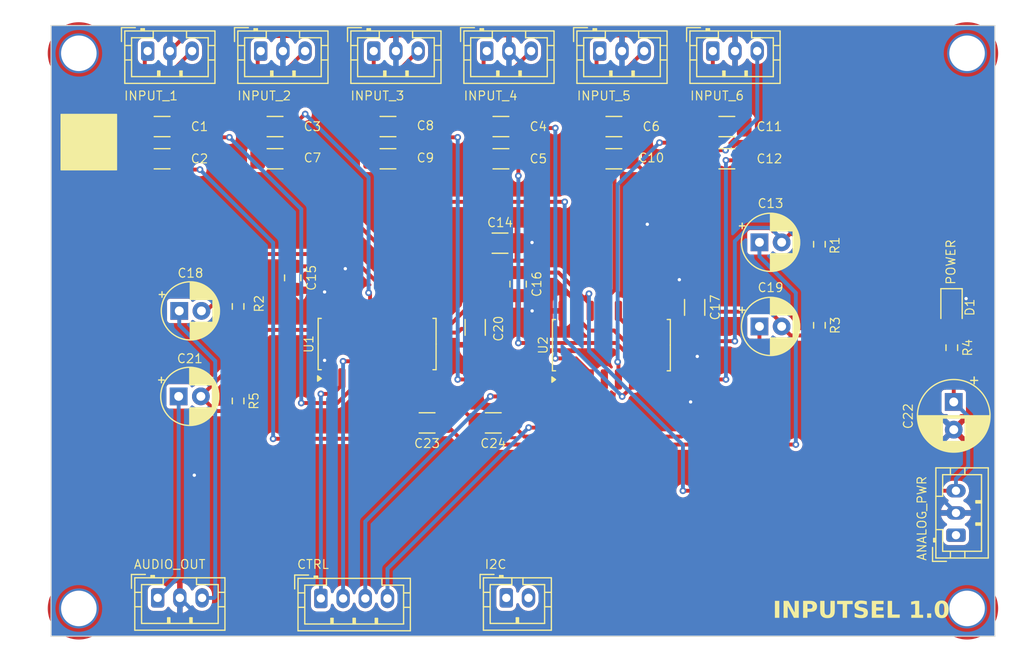
<source format=kicad_pcb>
(kicad_pcb (version 20240108) (generator "pcbnew") (generator_version "8.0")
  (layers (0 "F.Cu" mixed) (31 "B.Cu" mixed) (34 "B.Paste" user) (35 "F.Paste" user) (36 "B.SilkS" user "B.Silkscreen") (37 "F.SilkS" user "F.Silkscreen") (38 "B.Mask" user) (39 "F.Mask" user) (44 "Edge.Cuts" user))
  (net 0 "")
  (net 1 "AGND")
  (net 2 "RCA1_L")
  (net 3 "RCA1_R")
  (net 4 "RCA2_L")
  (net 5 "RCA2_R")
  (net 6 "RCA3_L")
  (net 7 "RCA4_L")
  (net 8 "RCA4_R")
  (net 9 "RCA3_R")
  (net 10 "V-")
  (net 11 "V+")
  (net 12 "RCA5_L")
  (net 13 "RCA6_L")
  (net 14 "RCA6_R")
  (net 15 "RCA5_R")
  (net 16 "Net-(U2-IN1L)")
  (net 17 "Net-(U2-IN1R)")
  (net 18 "Net-(U2-IN2L)")
  (net 19 "Net-(U2-IN2R)")
  (net 20 "Net-(U2-IN3L)")
  (net 21 "Net-(U2-IN3R)")
  (net 22 "SDA")
  (net 23 "SCL")
  (net 24 "CTRL2")
  (net 25 "CTRL1")
  (net 26 "OUT_R")
  (net 27 "OUT_L")
  (net 28 "EXPAND_L")
  (net 29 "EXPAND_R")
  (net 30 "Net-(U2-VREF)")
  (net 31 "CTRL3")
  (net 32 "CTRL4")
  (net 33 "Net-(U2-OUTL)")
  (net 34 "Net-(U2-OUTR)")
  (net 35 "Net-(C11-Pad2)")
  (net 36 "Net-(U1-IN2R)")
  (net 37 "Net-(U1-IN3R)")
  (net 38 "Net-(C12-Pad2)")
  (net 39 "Net-(U1-IN2L)")
  (net 40 "Net-(U1-IN3L)")
  (net 41 "Net-(U1-VREF)")
  (net 42 "Net-(U1-OUTR)")
  (net 43 "Net-(C24-Pad2)")
  (net 44 "Net-(C23-Pad2)")
  (net 45 "Net-(U1-OUTL)")
  (net 46 "Net-(D1-A)")
  (footprint "Capacitor_THT:CP_Radial_D5.0mm_P2.00mm" (layer "F.Cu") (at 97.9813 86.865)
    (property "Reference" "C18")
    (property "Value" "4.7u 35V Nichicon Muse")
  )
  (footprint "Resistor_SMD:R_0603_1608Metric_Pad0.98x0.95mm_HandSolder" (layer "F.Cu") (at 103.2813 86.465 -90)
    (property "Reference" "R2")
    (property "Value" "100K")
  )
  (footprint "MountingHole:MountingHole_3.2mm_M3_DIN965_Pad_TopOnly" (layer "F.Cu") (at 168.9364 113.665)
    (property "Reference" "H4" (hide yes))
    (property "Value" "MountingHole")
  )
  (footprint "Capacitor_SMD:C_1206_3216Metric_Pad1.33x1.80mm_HandSolder" (layer "F.Cu") (at 144.4014 86.5525 -90)
    (property "Reference" "C17")
    (property "Value" "10U")
  )
  (footprint "Capacitor_SMD:C_0805_2012Metric_Pad1.18x1.45mm_HandSolder" (layer "F.Cu") (at 108.2014 83.89 -90)
    (property "Reference" "C15")
    (property "Value" "0.1u")
  )
  (footprint "Capacitor_SMD:C_1206_3216Metric_Pad1.33x1.80mm_HandSolder" (layer "F.Cu") (at 116.7814 73.165)
    (property "Reference" "C9")
    (property "Value" "0.1u 50V C0G")
  )
  (footprint "Resistor_SMD:R_0603_1608Metric_Pad0.98x0.95mm_HandSolder" (layer "F.Cu") (at 155.6364 80.865 90)
    (property "Reference" "R1")
    (property "Value" "100K")
  )
  (footprint "Capacitor_SMD:C_1206_3216Metric_Pad1.33x1.80mm_HandSolder" (layer "F.Cu") (at 106.6089 70.265)
    (property "Reference" "C3")
    (property "Value" "0.1u 50V C0G")
  )
  (footprint "Connector_JST:JST_PH_B3B-PH-K_1x03_P2.00mm_Vertical" (layer "F.Cu") (at 115.4964 63.465)
    (property "Reference" "J3" (hide yes))
    (property "Value" "Conn_01x03_Pin")
  )
  (footprint "Capacitor_SMD:C_1206_3216Metric_Pad1.33x1.80mm_HandSolder" (layer "F.Cu") (at 96.4364 73.165)
    (property "Reference" "C2")
    (property "Value" "0.1u 50V C0G")
  )
  (footprint "Capacitor_SMD:C_1206_3216Metric_Pad1.33x1.80mm_HandSolder" (layer "F.Cu") (at 147.2989 73.165)
    (property "Reference" "C12")
    (property "Value" "0.1u 50V C0G")
  )
  (footprint "Capacitor_THT:CP_Radial_D5.0mm_P2.00mm" (layer "F.Cu") (at 150.2364 88.265)
    (property "Reference" "C19")
    (property "Value" "4.7u 35V Nichicon Muse")
  )
  (footprint "Connector_JST:JST_PH_B3B-PH-K_1x03_P2.00mm_Vertical" (layer "F.Cu") (at 135.8564 63.465)
    (property "Reference" "J5" (hide yes))
    (property "Value" "Conn_01x03_Pin")
  )
  (footprint "Capacitor_SMD:C_1206_3216Metric_Pad1.33x1.80mm_HandSolder" (layer "F.Cu") (at 126.8739 80.765)
    (property "Reference" "C14")
    (property "Value" "10U")
  )
  (footprint "Capacitor_SMD:C_1206_3216Metric_Pad1.33x1.80mm_HandSolder" (layer "F.Cu") (at 106.6089 73.165)
    (property "Reference" "C7")
    (property "Value" "0.1u 50V C0G")
  )
  (footprint "MountingHole:MountingHole_3.2mm_M3_DIN965_Pad_TopOnly" (layer "F.Cu") (at 88.9364 63.665)
    (property "Reference" "H1" (hide yes))
    (property "Value" "MountingHole")
  )
  (footprint "Capacitor_SMD:C_1206_3216Metric_Pad1.33x1.80mm_HandSolder" (layer "F.Cu") (at 137.1264 73.165)
    (property "Reference" "C10")
    (property "Value" "0.1u 50V C0G")
  )
  (footprint "Capacitor_SMD:C_1206_3216Metric_Pad1.33x1.80mm_HandSolder" (layer "F.Cu") (at 137.1264 70.265)
    (property "Reference" "C6")
    (property "Value" "0.1u 50V C0G")
  )
  (footprint "Connector_JST:JST_PH_B3B-PH-K_1x03_P2.00mm_Vertical" (layer "F.Cu") (at 105.3164 63.465)
    (property "Reference" "J2" (hide yes))
    (property "Value" "Conn_01x03_Pin")
  )
  (footprint "Connector_JST:JST_PH_B3B-PH-K_1x03_P2.00mm_Vertical" (layer "F.Cu") (at 95.1364 63.465)
    (property "Reference" "J1" (hide yes))
    (property "Value" "Conn_01x03_Pin")
  )
  (footprint "Capacitor_SMD:C_1206_3216Metric_Pad1.33x1.80mm_HandSolder" (layer "F.Cu") (at 120.3014 96.9525 180)
    (property "Reference" "C23")
    (property "Value" "0.1u 50V C0G")
  )
  (footprint "Resistor_SMD:R_0603_1608Metric_Pad0.98x0.95mm_HandSolder" (layer "F.Cu") (at 103.2813 94.9775 -90)
    (property "Reference" "R5")
    (property "Value" "100K")
  )
  (footprint "Connector_JST:JST_PH_B3B-PH-K_1x03_P2.00mm_Vertical" (layer "F.Cu") (at 96.0364 112.715)
    (property "Reference" "J8" (hide yes))
    (property "Value" "Conn_01x03_Pin")
  )
  (footprint "Capacitor_SMD:C_0805_2012Metric_Pad1.18x1.45mm_HandSolder" (layer "F.Cu") (at 128.5014 84.4525 -90)
    (property "Reference" "C16")
    (property "Value" "0.1u")
  )
  (footprint "Capacitor_SMD:C_1206_3216Metric_Pad1.33x1.80mm_HandSolder" (layer "F.Cu") (at 147.2989 70.265)
    (property "Reference" "C11")
    (property "Value" "0.1u 50V C0G")
  )
  (footprint "Capacitor_SMD:C_1206_3216Metric_Pad1.33x1.80mm_HandSolder" (layer "F.Cu") (at 126.9539 70.265)
    (property "Reference" "C4")
    (property "Value" "0.1u 50V C0G")
  )
  (footprint "Capacitor_SMD:C_1206_3216Metric_Pad1.33x1.80mm_HandSolder" (layer "F.Cu") (at 96.4364 70.265)
    (property "Reference" "C1")
    (property "Value" "0.1u 50V C0G")
  )
  (footprint "Resistor_SMD:R_0603_1608Metric_Pad0.98x0.95mm_HandSolder" (layer "F.Cu") (at 155.6364 88.165 -90)
    (property "Reference" "R3")
    (property "Value" "100K")
  )
  (footprint "Capacitor_THT:CP_Radial_D5.0mm_P2.00mm" (layer "F.Cu") (at 150.2364 80.6886)
    (property "Reference" "C13")
    (property "Value" "4.7u 35V Nichicon Muse")
  )
  (footprint "Resistor_SMD:R_0603_1608Metric_Pad0.98x0.95mm_HandSolder" (layer "F.Cu") (at 167.5614 90.18 -90)
    (property "Reference" "R4")
    (property "Value" "75R")
  )
  (footprint "Package_SO:SOP-16_4.4x10.4mm_P1.27mm" (layer "F.Cu") (at 136.9014 89.9525 90)
    (property "Reference" "U2")
    (property "Value" "NJM2750")
  )
  (footprint "Connector_JST:JST_PH_B2B-PH-K_1x02_P2.00mm_Vertical" (layer "F.Cu") (at 127.4364 112.715)
    (property "Reference" "J10" (hide yes))
    (property "Value" "Conn_01x02_Male")
  )
  (footprint "MountingHole:MountingHole_3.2mm_M3_DIN965_Pad_TopOnly" (layer "F.Cu") (at 88.9364 113.665)
    (property "Reference" "H3" (hide yes))
    (property "Value" "MountingHole")
  )
  (footprint "Capacitor_THT:CP_Radial_D5.0mm_P2.00mm" (layer "F.Cu") (at 97.9286 94.565)
    (property "Reference" "C21")
    (property "Value" "4.7u 35V Nichicon Muse")
  )
  (footprint "Connector_JST:JST_PH_B4B-PH-K_1x04_P2.00mm_Vertical" (layer "F.Cu") (at 110.7364 112.765)
    (property "Reference" "J9" (hide yes))
    (property "Value" "Conn_01x04_Pin")
  )
  (footprint "MountingHole:MountingHole_3.2mm_M3_DIN965_Pad_TopOnly" (layer "F.Cu") (at 168.9364 63.665)
    (property "Reference" "H2" (hide yes))
    (property "Value" "MountingHole")
  )
  (footprint "Connector_JST:JST_PH_B3B-PH-K_1x03_P2.00mm_Vertical" (layer "F.Cu") (at 146.0364 63.465)
    (property "Reference" "J6" (hide yes))
    (property "Value" "Conn_01x03_Pin")
  )
  (footprint "LED_SMD:LED_0805_2012Metric" (layer "F.Cu") (at 167.5364 86.55 -90)
    (property "Reference" "D1")
    (property "Value" "RED")
  )
  (footprint "Capacitor_SMD:C_1206_3216Metric_Pad1.33x1.80mm_HandSolder" (layer "F.Cu") (at 124.6364 88.3525 90)
    (property "Reference" "C20")
    (property "Value" "10U")
  )
  (footprint "Capacitor_SMD:C_1206_3216Metric_Pad1.33x1.80mm_HandSolder" (layer "F.Cu") (at 126.9539 73.165)
    (property "Reference" "C5")
    (property "Value" "0.1u 50V C0G")
  )
  (footprint "Capacitor_THT:CP_Radial_D6.3mm_P2.50mm" (layer "F.Cu") (at 167.7364 95.065 -90)
    (property "Reference" "C22")
    (property "Value" "470u")
  )
  (footprint "Capacitor_SMD:C_1206_3216Metric_Pad1.33x1.80mm_HandSolder" (layer "F.Cu") (at 116.7814 70.265)
    (property "Reference" "C8")
    (property "Value" "0.1u 50V C0G")
  )
  (footprint "Connector_JST:JST_PH_B3B-PH-K_1x03_P2.00mm_Vertical" (layer "F.Cu") (at 167.9364 107.065 90)
    (property "Reference" "J7" (hide yes))
    (property "Value" "Conn_01x03_Male")
  )
  (footprint "Package_SO:SOP-16_4.4x10.4mm_P1.27mm" (layer "F.Cu") (at 115.8014 89.8525 90)
    (property "Reference" "U1")
    (property "Value" "NJM2750")
  )
  (footprint "Connector_JST:JST_PH_B3B-PH-K_1x03_P2.00mm_Vertical" (layer "F.Cu") (at 125.6764 63.465)
    (property "Reference" "J4" (hide yes))
    (property "Value" "Conn_01x03_Pin")
  )
  (footprint "Capacitor_SMD:C_1206_3216Metric_Pad1.33x1.80mm_HandSolder" (layer "F.Cu") (at 126.2639 96.9525 180)
    (property "Reference" "C24")
    (property "Value" "0.1u 50V C0G")
  )
  (gr_rect (start 87.3364 69.165) (end 92.3364 74.165) (stroke (width 0.1)) (fill solid) (layer "F.SilkS"))
  (gr_line (start 171.4364 61.165) (end 171.4364 116.165) (stroke (width 0.1)) (layer "Edge.Cuts"))
  (gr_line (start 86.4364 61.165) (end 86.4364 116.165) (stroke (width 0.1)) (layer "Edge.Cuts"))
  (gr_line (start 171.4364 116.165) (end 86.4364 116.165) (stroke (width 0.1)) (layer "Edge.Cuts"))
  (gr_line (start 86.4364 61.165) (end 171.4364 61.165) (stroke (width 0.1)) (layer "Edge.Cuts"))
  (gr_text "AUDIO_OUT" (at 93.8364 110.165 0) (layer "F.SilkS") (effects (font (size 0.8 0.8) (thickness 0.1)) (justify left bottom)))
  (gr_text "INPUT_6\n" (at 143.9364 67.965 0) (layer "F.SilkS") (effects (font (size 0.8 0.8) (thickness 0.1)) (justify left bottom)))
  (gr_text "CTRL" (at 108.5364 110.165 0) (layer "F.SilkS") (effects (font (size 0.8 0.8) (thickness 0.1)) (justify left bottom)))
  (gr_text "POWER" (at 167.9414 84.5725 90) (layer "F.SilkS") (effects (font (size 0.8 0.8) (thickness 0.1)) (justify left bottom)))
  (gr_text "INPUT_5\n" (at 133.73974 67.965 0) (layer "F.SilkS") (effects (font (size 0.8 0.8) (thickness 0.1)) (justify left bottom)))
  (gr_text "ANALOG_PWR" (at 165.3364 109.425 90) (layer "F.SilkS") (effects (font (size 0.8 0.8) (thickness 0.1)) (justify left bottom)))
  (gr_text "INPUT_4" (at 123.54308 67.965 0) (layer "F.SilkS") (effects (font (size 0.8 0.8) (thickness 0.1)) (justify left bottom)))
  (gr_text "INPUT_3" (at 113.34642 67.965 0) (layer "F.SilkS") (effects (font (size 0.8 0.8) (thickness 0.1)) (justify left bottom)))
  (gr_text "INPUTSEL 1.0" (at 151.4364 114.765 0) (layer "F.SilkS") (effects (font (size 1.5 1.5) (thickness 0.1) (bold yes)) (justify left bottom)))
  (gr_text "INPUT_2" (at 103.14976 67.965 0) (layer "F.SilkS") (effects (font (size 0.8 0.8) (thickness 0.1)) (justify left bottom)))
  (gr_text "INPUT_1" (at 92.9531 67.965 0) (layer "F.SilkS") (effects (font (size 0.8 0.8) (thickness 0.1)) (justify left bottom)))
  (gr_text "I2C" (at 125.4364 110.165 0) (layer "F.SilkS") (effects (font (size 0.8 0.8) (thickness 0.1)) (justify left bottom)))
  (segment (start 112.0869 90.5908) (end 111.3564 91.3213) (width 0.35) (layer "F.Cu") (net 1))
  (segment (start 108.2014 85.161) (end 111.0706 85.161) (width 0.35) (layer "F.Cu") (net 1))
  (segment (start 155.6364 87.2525) (end 153.3739 84.99) (width 0.35) (layer "F.Cu") (net 1))
  (segment (start 124.6364 89.915) (end 120.1841 89.915) (width 0.35) (layer "F.Cu") (net 1))
  (segment (start 148.0364 62.1133) (end 147.9788 62.0557) (width 0.35) (layer "F.Cu") (net 1))
  (segment (start 117.5535 62.0562) (end 117.4964 62.1133) (width 0.35) (layer "F.Cu") (net 1))
  (segment (start 148.0364 63.465) (end 148.0364 62.1133) (width 0.35) (layer "F.Cu") (net 1))
  (segment (start 98.4891 62.1123) (end 107.3154 62.1123) (width 0.35) (layer "F.Cu") (net 1))
  (segment (start 115.9045 90.5908) (end 112.0869 90.5908) (width 0.35) (layer "F.Cu") (net 1))
  (segment (start 167.8448 85.7593) (end 167.6832 85.7593) (width 0.35) (layer "F.Cu") (net 1))
  (segment (start 128.4951 80.7063) (end 128.4364 80.765) (width 0.35) (layer "F.Cu") (net 1))
  (segment (start 103.2813 94.065) (end 104.4063 92.94) (width 0.35) (layer "F.Cu") (net 1))
  (segment (start 143.9557 84.99) (end 143.0212 84.0555) (width 0.35) (layer "F.Cu") (net 1))
  (segment (start 137.7993 62.0562) (end 127.6764 62.0562) (width 0.35) (layer "F.Cu") (net 1))
  (segment (start 117.4964 63.465) (end 117.4964 62.1133) (width 0.35) (layer "F.Cu") (net 1))
  (segment (start 137.8564 62.1133) (end 137.7993 62.0562) (width 0.35) (layer "F.Cu") (net 1))
  (segment (start 153.3739 84.99) (end 144.4014 84.99) (width 0.35) (layer "F.Cu") (net 1))
  (segment (start 127.6864 86.865) (end 128.5014 86.865) (width 0.35) (layer "F.Cu") (net 1))
  (segment (start 132.4564 86.865) (end 129.7617 86.865) (width 0.35) (layer "F.Cu") (net 1))
  (segment (start 127.6764 63.465) (end 127.6764 62.0562) (width 0.35) (layer "F.Cu") (net 1))
  (segment (start 144.4014 84.99) (end 143.9557 84.99) (width 0.35) (layer "F.Cu") (net 1))
  (segment (start 111.3564 86.765) (end 109.4139 86.765) (width 0.35) (layer "F.Cu") (net 1))
  (segment (start 117.7064 92.3927) (end 115.9045 90.5908) (width 0.35) (layer "F.Cu") (net 1))
  (segment (start 137.8564 63.465) (end 137.8564 62.1133) (width 0.35) (layer "F.Cu") (net 1))
  (segment (start 107.3164 62.1138) (end 107.3179 62.1123) (width 0.35) (layer "F.Cu") (net 1))
  (segment (start 108.2014 85.161) (end 108.2014 84.9275) (width 0.35) (layer "F.Cu") (net 1))
  (segment (start 107.3154 62.1123) (end 107.3164 62.1133) (width 0.35) (layer "F.Cu") (net 1))
  (segment (start 128.5014 86.865) (end 128.5014 85.49) (width 0.35) (layer "F.Cu") (net 1))
  (segment (start 107.3164 63.465) (end 107.3164 62.2761) (width 0.35) (layer "F.Cu") (net 1))
  (segment (start 147.9788 62.0557) (end 137.914 62.0557) (width 0.35) (layer "F.Cu") (net 1))
  (segment (start 109.4139 86.765) (end 108.2014 85.5525) (width 0.35) (layer "F.Cu") (net 1))
  (segment (start 107.3179 62.1123) (end 117.4954 62.1123) (width 0.35) (layer "F.Cu") (net 1))
  (segment (start 97.1364 63.465) (end 98.4891 62.1123) (width 0.35) (layer "F.Cu") (net 1))
  (segment (start 168.8482 85.7593) (end 167.8448 85.7593) (width 0.35) (layer "F.Cu") (net 1))
  (segment (start 117.7064 92.3927) (end 117.7064 92.94) (width 0.35) (layer "F.Cu") (net 1))
  (segment (start 155.6364 81.7775) (end 157.1296 83.2707) (width 0.35) (layer "F.Cu") (net 1))
  (segment (start 129.7617 86.865) (end 128.5014 86.865) (width 0.35) (layer "F.Cu") (net 1))
  (segment (start 107.3164 62.1138) (end 107.3164 62.1133) (width 0.35) (layer "F.Cu") (net 1))
  (segment (start 157.1296 85.7593) (end 155.6364 87.2525) (width 0.35) (layer "F.Cu") (net 1))
  (segment (start 124.6364 89.915) (end 127.6864 86.865) (width 0.35) (layer "F.Cu") (net 1))
  (segment (start 137.914 62.0557) (end 137.8564 62.1133) (width 0.35) (layer "F.Cu") (net 1))
  (segment (start 104.4063 92.94) (end 111.3564 92.94) (width 0.35) (layer "F.Cu") (net 1))
  (segment (start 157.1296 83.2707) (end 157.1296 85.7593) (width 0.35) (layer "F.Cu") (net 1))
  (segment (start 107.3164 62.2761) (end 107.3164 62.1138) (width 0.35) (layer "F.Cu") (net 1))
  (segment (start 108.2014 85.5525) (end 108.2014 85.161) (width 0.35) (layer "F.Cu") (net 1))
  (segment (start 111.3564 92.94) (end 111.3564 91.3213) (width 0.35) (layer "F.Cu") (net 1))
  (segment (start 111.3564 91.3213) (end 111.0706 91.3213) (width 0.35) (layer "F.Cu") (net 1))
  (segment (start 120.1841 89.915) (end 117.7064 92.3927) (width 0.35) (layer "F.Cu") (net 1))
  (segment (start 167.8448 85.7593) (end 157.1296 85.7593) (width 0.35) (layer "F.Cu") (net 1))
  (segment (start 129.7532 80.7063) (end 128.4951 80.7063) (width 0.35) (layer "F.Cu") (net 1))
  (segment (start 127.6764 62.0562) (end 117.5535 62.0562) (width 0.35) (layer "F.Cu") (net 1))
  (segment (start 108.2014 85.5525) (end 103.2813 85.5525) (width 0.35) (layer "F.Cu") (net 1))
  (segment (start 117.4954 62.1123) (end 117.4964 62.1133) (width 0.35) (layer "F.Cu") (net 1))
  (segment (start 167.6832 85.7593) (end 167.5364 85.6125) (width 0.35) (layer "F.Cu") (net 1))
  (via (at 129.7617 86.865) (size 0.6) (drill 0.3) (layers "F.Cu" "B.Cu") (net 1))
  (via (at 140.1364 79.065) (size 0.6) (drill 0.3) (layers "F.Cu" "B.Cu") (net 1))
  (via (at 99.3364 101.665) (size 0.6) (drill 0.3) (layers "F.Cu" "B.Cu") (net 1))
  (via (at 168.8482 85.7593) (size 0.6) (drill 0.3) (layers "F.Cu" "B.Cu") (net 1))
  (via (at 111.0706 85.161) (size 0.6) (drill 0.3) (layers "F.Cu" "B.Cu") (net 1))
  (via (at 129.7532 80.7063) (size 0.6) (drill 0.3) (layers "F.Cu" "B.Cu") (net 1))
  (via (at 144.6364 90.965) (size 0.6) (drill 0.3) (layers "F.Cu" "B.Cu") (net 1))
  (via (at 143.0212 84.0555) (size 0.6) (drill 0.3) (layers "F.Cu" "B.Cu") (net 1))
  (via (at 112.9364 83.065) (size 0.6) (drill 0.3) (layers "F.Cu" "B.Cu") (net 1))
  (via (at 144.0364 95.065) (size 0.6) (drill 0.3) (layers "F.Cu" "B.Cu") (net 1))
  (via (at 111.0706 91.3213) (size 0.6) (drill 0.3) (layers "F.Cu" "B.Cu") (net 1))
  (segment (start 148.0364 67.2015) (end 143.0212 72.2167) (width 0.35) (layer "B.Cu") (net 1))
  (segment (start 129.7532 80.7063) (end 129.7617 80.7148) (width 0.35) (layer "B.Cu") (net 1))
  (segment (start 166.5842 98.7172) (end 167.7364 97.565) (width 0.35) (layer "B.Cu") (net 1))
  (segment (start 99.412 114.0906) (end 98.0364 112.715) (width 0.35) (layer "B.Cu") (net 1))
  (segment (start 166.4385 88.169) (end 168.8482 85.7593) (width 0.35) (layer "B.Cu") (net 1))
  (segment (start 111.0706 85.161) (end 111.0706 91.3213) (width 0.35) (layer "B.Cu") (net 1))
  (segment (start 167.9364 105.065) (end 166.5842 103.7128) (width 0.35) (layer "B.Cu") (net 1))
  (segment (start 127.6764 63.465) (end 129.7532 65.5418) (width 0.35) (layer "B.Cu") (net 1))
  (segment (start 167.7364 97.565) (end 166.4385 96.2671) (width 0.35) (layer "B.Cu") (net 1))
  (segment (start 166.4385 96.2671) (end 166.4385 88.169) (width 0.35) (layer "B.Cu") (net 1))
  (segment (start 109.9284 104.8214) (end 100.6592 114.0906) (width 0.35) (layer "B.Cu") (net 1))
  (segment (start 129.7617 80.7148) (end 129.7617 86.865) (width 0.35) (layer "B.Cu") (net 1))
  (segment (start 129.7532 65.5418) (end 129.7532 80.7063) (width 0.35) (layer "B.Cu") (net 1))
  (segment (start 109.9284 92.4635) (end 109.9284 104.8214) (width 0.35) (layer "B.Cu") (net 1))
  (segment (start 100.6592 114.0906) (end 99.412 114.0906) (width 0.35) (layer "B.Cu") (net 1))
  (segment (start 111.0706 91.3213) (end 109.9284 92.4635) (width 0.35) (layer "B.Cu") (net 1))
  (segment (start 143.0212 72.2167) (end 143.0212 84.0555) (width 0.35) (layer "B.Cu") (net 1))
  (segment (start 148.0364 63.465) (end 148.0364 67.2015) (width 0.35) (layer "B.Cu") (net 1))
  (segment (start 166.5842 103.7128) (end 166.5842 98.7172) (width 0.35) (layer "B.Cu") (net 1))
  (segment (start 94.8739 63.7275) (end 94.8739 70.265) (width 0.35) (layer "F.Cu") (net 2))
  (segment (start 95.1364 63.465) (end 94.8739 63.7275) (width 0.35) (layer "F.Cu") (net 2))
  (segment (start 96.3977 71.6412) (end 94.8739 73.165) (width 0.35) (layer "F.Cu") (net 3))
  (segment (start 99.1364 63.465) (end 96.3977 66.2037) (width 0.35) (layer "F.Cu") (net 3))
  (segment (start 96.3977 66.2037) (end 96.3977 71.6412) (width 0.35) (layer "F.Cu") (net 3))
  (segment (start 105.3164 63.465) (end 105.0464 63.735) (width 0.35) (layer "F.Cu") (net 4))
  (segment (start 105.0464 63.735) (end 105.0464 70.265) (width 0.35) (layer "F.Cu") (net 4))
  (segment (start 106.5702 71.6412) (end 105.0464 73.165) (width 0.35) (layer "F.Cu") (net 5))
  (segment (start 109.3164 63.465) (end 106.5702 66.2112) (width 0.35) (layer "F.Cu") (net 5))
  (segment (start 106.5702 66.2112) (end 106.5702 71.6412) (width 0.35) (layer "F.Cu") (net 5))
  (segment (start 115.4964 69.9875) (end 115.2189 70.265) (width 0.35) (layer "F.Cu") (net 6))
  (segment (start 115.4964 63.465) (end 115.4964 69.9875) (width 0.35) (layer "F.Cu") (net 6))
  (segment (start 125.3914 63.75) (end 125.3914 70.265) (width 0.35) (layer "F.Cu") (net 7))
  (segment (start 125.6764 63.465) (end 125.3914 63.75) (width 0.35) (layer "F.Cu") (net 7))
  (segment (start 126.9152 66.2262) (end 126.9152 71.6412) (width 0.35) (layer "F.Cu") (net 8))
  (segment (start 129.6764 63.465) (end 126.9152 66.2262) (width 0.35) (layer "F.Cu") (net 8))
  (segment (start 126.9152 71.6412) (end 125.3914 73.165) (width 0.35) (layer "F.Cu") (net 8))
  (segment (start 116.7427 66.2187) (end 116.7427 71.6412) (width 0.35) (layer "F.Cu") (net 9))
  (segment (start 119.4964 63.465) (end 116.7427 66.2187) (width 0.35) (layer "F.Cu") (net 9))
  (segment (start 116.7427 71.6412) (end 115.2189 73.165) (width 0.35) (layer "F.Cu") (net 9))
  (segment (start 126.7384 83.415) (end 126.7384 86.8355) (width 0.35) (layer "F.Cu") (net 11))
  (segment (start 123.3998 88.4862) (end 123.0671 88.8189) (width 0.35) (layer "F.Cu") (net 11))
  (segment (start 134.9964 86.865) (end 134.9964 86.2726) (width 0.35) (layer "F.Cu") (net 11))
  (segment (start 110.5913 82.8525) (end 108.2014 82.8525) (width 0.35) (layer "F.Cu") (net 11))
  (segment (start 167.5614 93.6133) (end 167.5614 91.0925) (width 0.35) (layer "F.Cu") (net 11))
  (segment (start 167.7364 93.7883) (end 167.5614 93.6133) (width 0.35) (layer "F.Cu") (net 11))
  (segment (start 123.0671 88.8189) (end 115.3868 88.8189) (width 0.35) (layer "F.Cu") (net 11))
  (segment (start 126.7384 83.415) (end 128.5014 83.415) (width 0.35) (layer "F.Cu") (net 11))
  (segment (start 113.8964 86.765) (end 113.8964 86.1576) (width 0.35) (layer "F.Cu") (net 11))
  (segment (start 125.3114 80.765) (end 126.7384 82.192) (width 0.35) (layer "F.Cu") (net 11))
  (segment (start 134.4625 85.7386) (end 134.8814 85.3197) (width 0.35) (layer "F.Cu") (net 11))
  (segment (start 134.9964 86.2726) (end 134.4625 85.7386) (width 0.35) (layer "F.Cu") (net 11))
  (segment (start 167.7364 95.065) (end 167.7364 93.7883) (width 0.35) (layer "F.Cu") (net 11))
  (segment (start 167.9364 103.065) (end 143.3458 103.065) (width 0.35) (layer "F.Cu") (net 11))
  (segment (start 126.7384 86.8355) (end 125.0877 88.4862) (width 0.35) (layer "F.Cu") (net 11))
  (segment (start 113.8964 86.1576) (end 110.5913 82.8525) (width 0.35) (layer "F.Cu") (net 11))
  (segment (start 132.1388 83.415) (end 128.5014 83.415) (width 0.35) (layer "F.Cu") (net 11))
  (segment (start 125.0877 88.4862) (end 123.3998 88.4862) (width 0.35) (layer "F.Cu") (net 11))
  (segment (start 113.8964 87.3285) (end 113.8964 86.765) (width 0.35) (layer "F.Cu") (net 11))
  (segment (start 126.7384 82.192) (end 126.7384 83.415) (width 0.35) (layer "F.Cu") (net 11))
  (segment (start 134.4625 85.7386) (end 132.1388 83.415) (width 0.35) (layer "F.Cu") (net 11))
  (segment (start 115.3868 88.8189) (end 113.8964 87.3285) (width 0.35) (layer "F.Cu") (net 11))
  (via (at 143.3458 103.065) (size 0.6) (drill 0.3) (layers "F.Cu" "B.Cu") (net 11))
  (via (at 134.8814 85.3197) (size 0.6) (drill 0.3) (layers "F.Cu" "B.Cu") (net 11))
  (segment (start 167.9364 103.065) (end 167.9364 101.9883) (width 0.35) (layer "B.Cu") (net 11))
  (segment (start 143.3458 98.9449) (end 143.3458 103.065) (width 0.35) (layer "B.Cu") (net 11))
  (segment (start 134.8814 90.4805) (end 143.3458 98.9449) (width 0.35) (layer "B.Cu") (net 11))
  (segment (start 167.9364 101.9883) (end 169.0394 100.8853) (width 0.35) (layer "B.Cu") (net 11))
  (segment (start 169.0394 96.368) (end 167.7364 95.065) (width 0.35) (layer "B.Cu") (net 11))
  (segment (start 134.8814 85.3197) (end 134.8814 90.4805) (width 0.35) (layer "B.Cu") (net 11))
  (segment (start 169.0394 100.8853) (end 169.0394 96.368) (width 0.35) (layer "B.Cu") (net 11))
  (segment (start 135.8564 63.465) (end 135.5639 63.7575) (width 0.35) (layer "F.Cu") (net 12))
  (segment (start 135.5639 63.7575) (end 135.5639 70.265) (width 0.35) (layer "F.Cu") (net 12))
  (segment (start 146.0364 63.465) (end 146.0364 69.965) (width 0.35) (layer "F.Cu") (net 13))
  (segment (start 146.0364 69.965) (end 145.7364 70.265) (width 0.35) (layer "F.Cu") (net 13))
  (segment (start 145.7364 73.165) (end 146.5091 72.3923) (width 0.35) (layer "F.Cu") (net 14))
  (segment (start 146.5091 72.3923) (end 147.1831 72.3923) (width 0.35) (layer "F.Cu") (net 14))
  (via (at 147.1831 72.3923) (size 0.6) (drill 0.3) (layers "F.Cu" "B.Cu") (net 14))
  (segment (start 150.0364 69.539) (end 147.1831 72.3923) (width 0.35) (layer "B.Cu") (net 14))
  (segment (start 150.0364 63.465) (end 150.0364 69.539) (width 0.35) (layer "B.Cu") (net 14))
  (segment (start 137.3564 70.6199) (end 135.5639 72.4124) (width 0.35) (layer "F.Cu") (net 15))
  (segment (start 139.8564 63.465) (end 137.3564 65.965) (width 0.35) (layer "F.Cu") (net 15))
  (segment (start 135.5639 72.4124) (end 135.5639 73.165) (width 0.35) (layer "F.Cu") (net 15))
  (segment (start 137.3564 65.965) (end 137.3564 70.6199) (width 0.35) (layer "F.Cu") (net 15))
  (segment (start 123.0614 71.2328) (end 119.3117 71.2328) (width 0.35) (layer "F.Cu") (net 16))
  (segment (start 119.3117 71.2328) (end 118.3439 70.265) (width 0.35) (layer "F.Cu") (net 16))
  (segment (start 132.4564 93.04) (end 123.0614 93.04) (width 0.35) (layer "F.Cu") (net 16))
  (via (at 123.0614 71.2328) (size 0.6) (drill 0.3) (layers "F.Cu" "B.Cu") (net 16))
  (via (at 123.0614 93.04) (size 0.6) (drill 0.3) (layers "F.Cu" "B.Cu") (net 16))
  (segment (start 123.0614 71.2328) (end 123.0614 93.04) (width 0.35) (layer "B.Cu") (net 16))
  (segment (start 138.8064 93.643) (end 137.8738 94.5756) (width 0.35) (layer "F.Cu") (net 17))
  (segment (start 132.6974 77.0434) (end 122.2223 77.0434) (width 0.35) (layer "F.Cu") (net 17))
  (segment (start 138.8064 93.04) (end 138.8064 93.643) (width 0.35) (layer "F.Cu") (net 17))
  (segment (start 122.2223 77.0434) (end 118.3439 73.165) (width 0.35) (layer "F.Cu") (net 17))
  (via (at 137.8738 94.5756) (size 0.6) (drill 0.3) (layers "F.Cu" "B.Cu") (net 17))
  (via (at 132.6974 77.0434) (size 0.6) (drill 0.3) (layers "F.Cu" "B.Cu") (net 17))
  (segment (start 132.6974 77.0434) (end 132.6974 89.3992) (width 0.35) (layer "B.Cu") (net 17))
  (segment (start 132.6974 89.3992) (end 137.8738 94.5756) (width 0.35) (layer "B.Cu") (net 17))
  (segment (start 133.7028 91.1442) (end 131.8534 91.1442) (width 0.35) (layer "F.Cu") (net 18))
  (segment (start 128.6509 70.3995) (end 131.8534 70.3995) (width 0.35) (layer "F.Cu") (net 18))
  (segment (start 134.9964 92.4378) (end 133.7028 91.1442) (width 0.35) (layer "F.Cu") (net 18))
  (segment (start 128.5164 70.265) (end 128.6509 70.3995) (width 0.35) (layer "F.Cu") (net 18))
  (segment (start 134.9964 93.04) (end 134.9964 92.4378) (width 0.35) (layer "F.Cu") (net 18))
  (via (at 131.8534 70.3995) (size 0.6) (drill 0.3) (layers "F.Cu" "B.Cu") (net 18))
  (via (at 131.8534 91.1442) (size 0.6) (drill 0.3) (layers "F.Cu" "B.Cu") (net 18))
  (segment (start 131.8534 70.3995) (end 131.8534 91.1442) (width 0.35) (layer "B.Cu") (net 18))
  (segment (start 137.349 89.7558) (end 140.0764 92.4832) (width 0.35) (layer "F.Cu") (net 19))
  (segment (start 128.5233 73.1719) (end 128.5233 74.7007) (width 0.35) (layer "F.Cu") (net 19))
  (segment (start 140.0764 92.4832) (end 140.0764 93.04) (width 0.35) (layer "F.Cu") (net 19))
  (segment (start 128.5164 73.165) (end 128.5233 73.1719) (width 0.35) (layer "F.Cu") (net 19))
  (segment (start 128.5233 89.7558) (end 137.349 89.7558) (width 0.35) (layer "F.Cu") (net 19))
  (via (at 128.5233 89.7558) (size 0.6) (drill 0.3) (layers "F.Cu" "B.Cu") (net 19))
  (via (at 128.5233 74.7007) (size 0.6) (drill 0.3) (layers "F.Cu" "B.Cu") (net 19))
  (segment (start 128.5233 74.7007) (end 128.5233 89.7558) (width 0.35) (layer "B.Cu") (net 19))
  (segment (start 137.1852 71.7687) (end 138.6889 70.265) (width 0.35) (layer "F.Cu") (net 20))
  (segment (start 136.2664 85.9129) (end 137.1852 84.9941) (width 0.35) (layer "F.Cu") (net 20))
  (segment (start 136.2664 86.865) (end 136.2664 85.9129) (width 0.35) (layer "F.Cu") (net 20))
  (segment (start 137.1852 84.9941) (end 137.1852 71.7687) (width 0.35) (layer "F.Cu") (net 20))
  (segment (start 141.3464 75.8225) (end 141.3464 86.865) (width 0.35) (layer "F.Cu") (net 21))
  (segment (start 138.6889 73.165) (end 141.3464 75.8225) (width 0.35) (layer "F.Cu") (net 21))
  (segment (start 115.1664 92.94) (end 115.1664 92.3812) (width 0.35) (layer "F.Cu") (net 24))
  (segment (start 114.1902 91.405) (end 112.7364 91.405) (width 0.35) (layer "F.Cu") (net 24))
  (segment (start 115.1664 92.3812) (end 114.1902 91.405) (width 0.35) (layer "F.Cu") (net 24))
  (via (at 112.7364 91.405) (size 0.6) (drill 0.3) (layers "F.Cu" "B.Cu") (net 24))
  (segment (start 112.7364 112.765) (end 112.7364 91.405) (width 0.35) (layer "B.Cu") (net 24))
  (segment (start 112.6264 92.94) (end 112.6264 93.5401) (width 0.35) (layer "F.Cu") (net 25))
  (segment (start 112.6264 93.5401) (end 111.8228 94.3437) (width 0.35) (layer "F.Cu") (net 25))
  (segment (start 111.8228 94.3437) (end 110.7364 94.3437) (width 0.35) (layer "F.Cu") (net 25))
  (via (at 110.7364 94.3437) (size 0.6) (drill 0.3) (layers "F.Cu" "B.Cu") (net 25))
  (segment (start 110.7364 112.765) (end 110.7364 94.3437) (width 0.35) (layer "B.Cu") (net 25))
  (segment (start 97.9813 88.1417) (end 101.2205 91.3809) (width 0.35) (layer "B.Cu") (net 26))
  (segment (start 97.9813 86.865) (end 97.9813 88.1417) (width 0.35) (layer "B.Cu") (net 26))
  (segment (start 101.2205 112.6076) (end 101.1131 112.715) (width 0.35) (layer "B.Cu") (net 26))
  (segment (start 101.2205 91.3809) (end 101.2205 112.6076) (width 0.35) (layer "B.Cu") (net 26))
  (segment (start 100.0364 112.715) (end 101.1131 112.715) (width 0.35) (layer "B.Cu") (net 26))
  (segment (start 96.0364 112.715) (end 97.9286 110.8228) (width 0.35) (layer "B.Cu") (net 27))
  (segment (start 97.9286 110.8228) (end 97.9286 94.565) (width 0.35) (layer "B.Cu") (net 27))
  (segment (start 123.8152 98.9038) (end 153.5131 98.9038) (width 0.35) (layer "F.Cu") (net 28))
  (segment (start 121.8639 96.9525) (end 123.8152 98.9038) (width 0.35) (layer "F.Cu") (net 28))
  (via (at 153.5131 98.9038) (size 0.6) (drill 0.3) (layers "F.Cu" "B.Cu") (net 28))
  (segment (start 153.5131 85.242) (end 153.5131 98.9038) (width 0.35) (layer "B.Cu") (net 28))
  (segment (start 150.2364 80.6886) (end 150.2364 81.9653) (width 0.35) (layer "B.Cu") (net 28))
  (segment (start 150.2364 81.9653) (end 153.5131 85.242) (width 0.35) (layer "B.Cu") (net 28))
  (segment (start 129.06 98.1861) (end 127.8264 96.9525) (width 0.35) (layer "F.Cu") (net 29))
  (segment (start 150.2364 88.265) (end 150.2364 91.1542) (width 0.35) (layer "F.Cu") (net 29))
  (segment (start 150.2364 91.1542) (end 143.2045 98.1861) (width 0.35) (layer "F.Cu") (net 29))
  (segment (start 143.2045 98.1861) (end 129.06 98.1861) (width 0.35) (layer "F.Cu") (net 29))
  (segment (start 143.5774 88.939) (end 139.0602 88.939) (width 0.35) (layer "F.Cu") (net 30))
  (segment (start 144.4014 88.115) (end 143.5774 88.939) (width 0.35) (layer "F.Cu") (net 30))
  (segment (start 137.5364 87.4152) (end 137.5364 86.865) (width 0.35) (layer "F.Cu") (net 30))
  (segment (start 139.0602 88.939) (end 137.5364 87.4152) (width 0.35) (layer "F.Cu") (net 30))
  (segment (start 125.9994 94.5714) (end 132.7508 94.5714) (width 0.35) (layer "F.Cu") (net 31))
  (segment (start 132.7508 94.5714) (end 133.7264 93.5958) (width 0.35) (layer "F.Cu") (net 31))
  (segment (start 133.7264 93.5958) (end 133.7264 93.04) (width 0.35) (layer "F.Cu") (net 31))
  (via (at 125.9994 94.5714) (size 0.6) (drill 0.3) (layers "F.Cu" "B.Cu") (net 31))
  (segment (start 114.7364 112.765) (end 114.7364 105.8344) (width 0.35) (layer "B.Cu") (net 31))
  (segment (start 114.7364 105.8344) (end 125.9994 94.5714) (width 0.35) (layer "B.Cu") (net 31))
  (segment (start 129.4482 97.3805) (end 132.5237 97.3805) (width 0.35) (layer "F.Cu") (net 32))
  (segment (start 136.2664 93.6378) (end 136.2664 93.04) (width 0.35) (layer "F.Cu") (net 32))
  (segment (start 132.5237 97.3805) (end 136.2664 93.6378) (width 0.35) (layer "F.Cu") (net 32))
  (via (at 129.4482 97.3805) (size 0.6) (drill 0.3) (layers "F.Cu" "B.Cu") (net 32))
  (segment (start 116.7364 110.0923) (end 129.4482 97.3805) (width 0.35) (layer "B.Cu") (net 32))
  (segment (start 116.7364 112.765) (end 116.7364 110.0923) (width 0.35) (layer "B.Cu") (net 32))
  (segment (start 137.1514 88.6364) (end 138.1057 89.5907) (width 0.35) (layer "F.Cu") (net 33))
  (segment (start 133.7264 87.4187) (end 134.9441 88.6364) (width 0.35) (layer "F.Cu") (net 33))
  (segment (start 134.9441 88.6364) (end 137.1514 88.6364) (width 0.35) (layer "F.Cu") (net 33))
  (segment (start 155.6364 79.9525) (end 152.9725 79.9525) (width 0.35) (layer "F.Cu") (net 33))
  (segment (start 138.1057 89.5907) (end 148.0196 89.5907) (width 0.35) (layer "F.Cu") (net 33))
  (segment (start 133.7264 86.865) (end 133.7264 87.4187) (width 0.35) (layer "F.Cu") (net 33))
  (segment (start 152.9725 79.9525) (end 152.2364 80.6886) (width 0.35) (layer "F.Cu") (net 33))
  (via (at 148.0196 89.5907) (size 0.6) (drill 0.3) (layers "F.Cu" "B.Cu") (net 33))
  (segment (start 149.2221 79.382) (end 148.0196 80.5845) (width 0.35) (layer "B.Cu") (net 33))
  (segment (start 152.2364 80.6886) (end 152.2364 80.4016) (width 0.35) (layer "B.Cu") (net 33))
  (segment (start 151.2168 79.382) (end 149.2221 79.382) (width 0.35) (layer "B.Cu") (net 33))
  (segment (start 148.0196 80.5845) (end 148.0196 89.5907) (width 0.35) (layer "B.Cu") (net 33))
  (segment (start 152.2364 80.4016) (end 151.2168 79.382) (width 0.35) (layer "B.Cu") (net 33))
  (segment (start 141.8236 88.2858) (end 139.6355 88.2858) (width 0.35) (layer "F.Cu") (net 34))
  (segment (start 152.1875 88.2161) (end 152.1874 88.2161) (width 0.35) (layer "F.Cu") (net 34))
  (segment (start 152.1874 87.9382) (end 151.189 86.9398) (width 0.35) (layer "F.Cu") (net 34))
  (segment (start 152.2364 88.265) (end 152.1875 88.2161) (width 0.35) (layer "F.Cu") (net 34))
  (segment (start 153.0489 89.0775) (end 152.2364 88.265) (width 0.35) (layer "F.Cu") (net 34))
  (segment (start 152.1874 88.2161) (end 152.1874 87.9382) (width 0.35) (layer "F.Cu") (net 34))
  (segment (start 143.1696 86.9398) (end 141.8236 88.2858) (width 0.35) (layer "F.Cu") (net 34))
  (segment (start 138.8064 87.4567) (end 138.8064 86.865) (width 0.35) (layer "F.Cu") (net 34))
  (segment (start 139.6355 88.2858) (end 138.8064 87.4567) (width 0.35) (layer "F.Cu") (net 34))
  (segment (start 151.189 86.9398) (end 143.1696 86.9398) (width 0.35) (layer "F.Cu") (net 34))
  (segment (start 155.6364 89.0775) (end 153.0489 89.0775) (width 0.35) (layer "F.Cu") (net 34))
  (segment (start 137.466 91.4603) (end 137.5364 91.5307) (width 0.35) (layer "F.Cu") (net 35))
  (segment (start 137.5364 91.5307) (end 137.5364 93.04) (width 0.35) (layer "F.Cu") (net 35))
  (segment (start 146.762 71.715) (end 141.2376 71.715) (width 0.35) (layer "F.Cu") (net 35))
  (segment (start 148.8614 70.265) (end 148.212 70.265) (width 0.35) (layer "F.Cu") (net 35))
  (segment (start 148.212 70.265) (end 146.762 71.715) (width 0.35) (layer "F.Cu") (net 35))
  (via (at 141.2376 71.715) (size 0.6) (drill 0.3) (layers "F.Cu" "B.Cu") (net 35))
  (via (at 137.466 91.4603) (size 0.6) (drill 0.3) (layers "F.Cu" "B.Cu") (net 35))
  (segment (start 137.466 91.4603) (end 137.466 75.4866) (width 0.35) (layer "B.Cu") (net 35))
  (segment (start 137.466 75.4866) (end 141.2376 71.715) (width 0.35) (layer "B.Cu") (net 35))
  (segment (start 119.1638 95.1877) (end 119.9306 95.9545) (width 0.35) (layer "F.Cu") (net 36))
  (segment (start 119.1638 93.1273) (end 119.1638 95.1877) (width 0.35) (layer "F.Cu") (net 36))
  (segment (start 99.8444 74.1381) (end 98.972 74.1381) (width 0.35) (layer "F.Cu") (net 36))
  (segment (start 118.9764 92.94) (end 119.1637 93.1273) (width 0.35) (layer "F.Cu") (net 36))
  (segment (start 119.9306 97.9256) (end 119.4714 98.3848) (width 0.35) (layer "F.Cu") (net 36))
  (segment (start 119.4714 98.3848) (end 106.4377 98.3848) (width 0.35) (layer "F.Cu") (net 36))
  (segment (start 119.1637 93.1273) (end 119.1638 93.1273) (width 0.35) (layer "F.Cu") (net 36))
  (segment (start 98.972 74.1381) (end 97.9989 73.165) (width 0.35) (layer "F.Cu") (net 36))
  (segment (start 119.9306 95.9545) (end 119.9306 97.9256) (width 0.35) (layer "F.Cu") (net 36))
  (via (at 106.4377 98.3848) (size 0.6) (drill 0.3) (layers "F.Cu" "B.Cu") (net 36))
  (via (at 99.8444 74.1381) (size 0.6) (drill 0.3) (layers "F.Cu" "B.Cu") (net 36))
  (segment (start 99.8444 74.1381) (end 106.4377 80.7314) (width 0.35) (layer "B.Cu") (net 36))
  (segment (start 106.4377 80.7314) (end 106.4377 98.3848) (width 0.35) (layer "B.Cu") (net 36))
  (segment (start 120.2464 85.24) (end 108.1714 73.165) (width 0.35) (layer "F.Cu") (net 37))
  (segment (start 120.2464 86.765) (end 120.2464 85.24) (width 0.35) (layer "F.Cu") (net 37))
  (segment (start 148.8614 73.165) (end 148.7227 73.3037) (width 0.35) (layer "F.Cu") (net 38))
  (segment (start 148.7227 73.3037) (end 147.2172 73.3037) (width 0.35) (layer "F.Cu") (net 38))
  (segment (start 141.3464 93.04) (end 147.2172 93.04) (width 0.35) (layer "F.Cu") (net 38))
  (via (at 147.2172 73.3037) (size 0.6) (drill 0.3) (layers "F.Cu" "B.Cu") (net 38))
  (via (at 147.2172 93.04) (size 0.6) (drill 0.3) (layers "F.Cu" "B.Cu") (net 38))
  (segment (start 147.2172 73.3037) (end 147.2172 93.04) (width 0.35) (layer "B.Cu") (net 38))
  (segment (start 112.2247 95.1633) (end 108.9698 95.1633) (width 0.35) (layer "F.Cu") (net 39))
  (segment (start 113.8964 93.4916) (end 112.2247 95.1633) (width 0.35) (layer "F.Cu") (net 39))
  (segment (start 102.4954 71.2328) (end 98.9667 71.2328) (width 0.35) (layer "F.Cu") (net 39))
  (segment (start 113.8964 92.94) (end 113.8964 93.4916) (width 0.35) (layer "F.Cu") (net 39))
  (segment (start 98.9667 71.2328) (end 97.9989 70.265) (width 0.35) (layer "F.Cu") (net 39))
  (via (at 102.4954 71.2328) (size 0.6) (drill 0.3) (layers "F.Cu" "B.Cu") (net 39))
  (via (at 108.9698 95.1633) (size 0.6) (drill 0.3) (layers "F.Cu" "B.Cu") (net 39))
  (segment (start 102.4954 71.2328) (end 108.9698 77.7072) (width 0.35) (layer "B.Cu") (net 39))
  (segment (start 108.9698 77.7072) (end 108.9698 95.1633) (width 0.35) (layer "B.Cu") (net 39))
  (segment (start 115.0337 85.2324) (end 115.1664 85.3651) (width 0.35) (layer "F.Cu") (net 40))
  (segment (start 108.1714 70.265) (end 109.3004 69.136) (width 0.35) (layer "F.Cu") (net 40))
  (segment (start 115.1664 85.3651) (end 115.1664 86.765) (width 0.35) (layer "F.Cu") (net 40))
  (segment (start 109.3004 69.136) (end 109.3258 69.136) (width 0.35) (layer "F.Cu") (net 40))
  (via (at 109.3258 69.136) (size 0.6) (drill 0.3) (layers "F.Cu" "B.Cu") (net 40))
  (via (at 115.0337 85.2324) (size 0.6) (drill 0.3) (layers "F.Cu" "B.Cu") (net 40))
  (segment (start 115.0337 85.2324) (end 115.0337 74.8439) (width 0.35) (layer "B.Cu") (net 40))
  (segment (start 115.0337 74.8439) (end 109.3258 69.136) (width 0.35) (layer "B.Cu") (net 40))
  (segment (start 124.6364 86.79) (end 123.7148 86.79) (width 0.35) (layer "F.Cu") (net 41))
  (segment (start 123.7148 86.79) (end 122.3436 88.1612) (width 0.35) (layer "F.Cu") (net 41))
  (segment (start 122.3436 88.1612) (end 117.2661 88.1612) (width 0.35) (layer "F.Cu") (net 41))
  (segment (start 116.4364 87.3315) (end 116.4364 86.765) (width 0.35) (layer "F.Cu") (net 41))
  (segment (start 117.2661 88.1612) (end 116.4364 87.3315) (width 0.35) (layer "F.Cu") (net 41))
  (segment (start 103.2813 87.3775) (end 101.5973 85.6935) (width 0.35) (layer "F.Cu") (net 42))
  (segment (start 113.2401 81.7458) (end 105.545 81.7458) (width 0.35) (layer "F.Cu") (net 42))
  (segment (start 105.545 81.7458) (end 101.5973 85.6935) (width 0.35) (layer "F.Cu") (net 42))
  (segment (start 117.7064 86.2121) (end 113.2401 81.7458) (width 0.35) (layer "F.Cu") (net 42))
  (segment (start 117.7064 86.765) (end 117.7064 86.2121) (width 0.35) (layer "F.Cu") (net 42))
  (segment (start 100.4258 86.865) (end 99.9813 86.865) (width 0.35) (layer "F.Cu") (net 42))
  (segment (start 101.5973 85.6935) (end 100.4258 86.865) (width 0.35) (layer "F.Cu") (net 42))
  (segment (start 120.2464 92.94) (end 120.6889 92.94) (width 0.35) (layer "F.Cu") (net 43))
  (segment (start 120.6889 92.94) (end 124.7014 96.9525) (width 0.35) (layer "F.Cu") (net 43))
  (segment (start 116.4364 92.94) (end 116.4364 94.65) (width 0.35) (layer "F.Cu") (net 44))
  (segment (start 116.4364 94.65) (end 118.7389 96.9525) (width 0.35) (layer "F.Cu") (net 44))
  (segment (start 101.2536 95.89) (end 99.9286 94.565) (width 0.35) (layer "F.Cu") (net 45))
  (segment (start 99.9286 94.565) (end 105.9163 88.5773) (width 0.35) (layer "F.Cu") (net 45))
  (segment (start 105.9163 88.5773) (end 111.4017 88.5773) (width 0.35) (layer "F.Cu") (net 45))
  (segment (start 103.2813 95.89) (end 101.2536 95.89) (width 0.35) (layer "F.Cu") (net 45))
  (segment (start 111.4017 88.5773) (end 112.6264 87.3526) (width 0.35) (layer "F.Cu") (net 45))
  (segment (start 112.6264 87.3526) (end 112.6264 86.765) (width 0.35) (layer "F.Cu") (net 45))
  (segment (start 167.5614 87.5125) (end 167.5614 89.2675) (width 0.35) (layer "F.Cu") (net 46))
  (segment (start 167.5364 87.4875) (end 167.5614 87.5125) (width 0.35) (layer "F.Cu") (net 46))
  (zone (net 1) (net_name "AGND") (layers "F&B.Cu") (connect_pads (clearance 0.25)) (min_thickness 0.25) (fill yes (thermal_gap 0.5) (thermal_bridge_width 0.5))
    (polygon (pts (xy 83.8364 58.865) (xy 173.0364 58.865) (xy 173.0364 117.265) (xy 172.6364 117.665) (xy 81.8364 117.665) (xy 81.8364 60.865)))
  )
)
</source>
